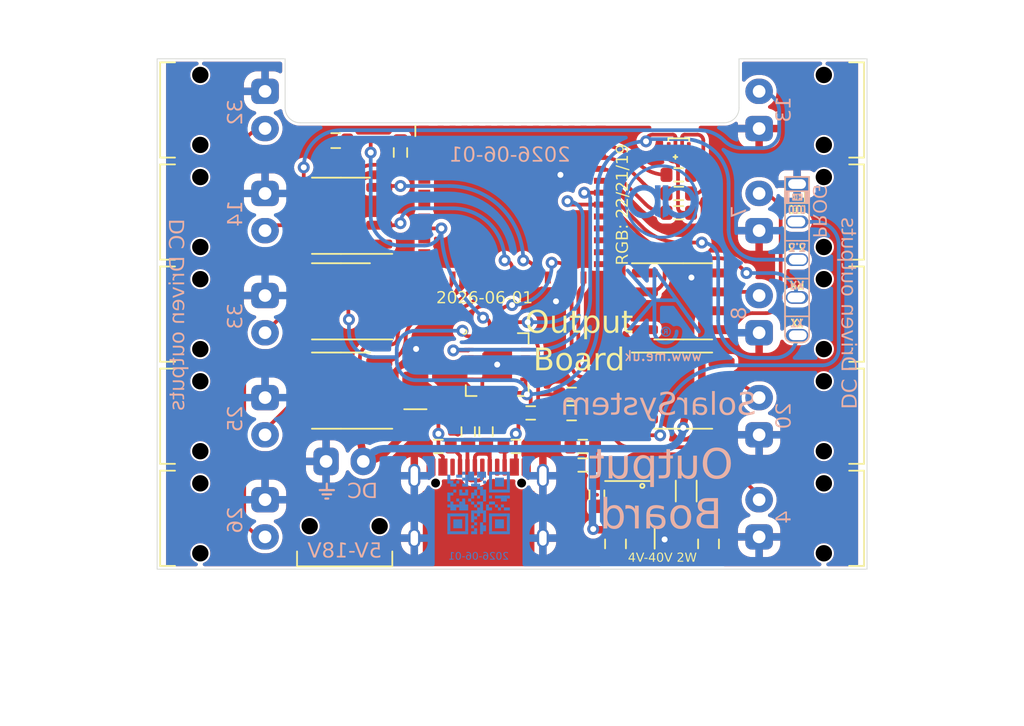
<source format=kicad_pcb>
(kicad_pcb (version 20221018) (generator pcbnew)
  (title_block (title "Output board (10)") (rev "1") (company "Adrian Kennard, Andrews & Arnold Ltd"))
  (layers (0 "F.Cu" signal) (31 "B.Cu" signal) (34 "B.Paste" user) (35 "F.Paste" user) (36 "B.SilkS" user "B.Silkscreen") (37 "F.SilkS" user "F.Silkscreen") (38 "B.Mask" user) (39 "F.Mask" user) (44 "Edge.Cuts" user))
  (net 0 "")
  (net 1 "GND")
  (net 2 "+3V3")
  (net 3 "VBUS")
  (net 4 "+12V")
  (net 5 "Net-(D1-BK)")
  (net 6 "Net-(D1-RK)")
  (net 7 "Net-(D1-GK)")
  (net 8 "Net-(J1-CC1)")
  (net 9 "D-")
  (net 10 "D+")
  (net 11 "OUT1")
  (net 12 "OUT4")
  (net 13 "OUT3")
  (net 14 "O")
  (net 15 "I")
  (net 16 "OUT2")
  (net 17 "Net-(J1-D+-PadA6)")
  (net 18 "Net-(J1-D--PadA7)")
  (net 20 "Net-(J1-CC2)")
  (net 22 "Net-(U2-CBUS3)")
  (net 23 "Net-(U8-FB)")
  (net 24 "EN")
  (net 30 "BOOT")
  (net 33 "OUT8")
  (net 34 "OUT7")
  (net 35 "OUT6")
  (net 36 "OUT5")
  (net 37 "O1")
  (net 38 "G")
  (net 39 "B")
  (net 40 "R")
  (net 42 "O2")
  (net 47 "O5")
  (net 48 "O6")
  (net 50 "O3")
  (net 51 "O4")
  (net 54 "O7")
  (net 55 "O8")
  (net 63 "O9")
  (net 64 "O10")
  (net 65 "OUT10")
  (net 66 "OUT9")
  (footprint "RevK:PTSM-HH1-2-RA" (layer "F.Cu") (at 88.15 43.36 -90)
    (fp_text reference "J4" hide)
    (fp_text value "O2")
  )
  (footprint "RevK:ESP32-PICO-MINI-02" (layer "F.Cu") (at 104.75 36)
    (fp_text reference "U1" hide)
    (fp_text value "ESP32-PICO-MINI-02")
  )
  (footprint "RevK:C_0603_" (layer "F.Cu") (at 110.45 55.5 90)
    (fp_text reference "C2" hide)
    (fp_text value "100nF")
  )
  (footprint "RevK:QFN-20-1EP_4x4mm_P0.5mm_EP2.5x2.5mm" (layer "F.Cu") (at 103.75 46.75)
    (fp_text reference "U2" hide)
    (fp_text value "FT231XQ")
  )
  (footprint "RevK:C_0603" (layer "F.Cu") (at 92.9 31.7)
    (fp_text reference "C5" hide)
    (fp_text value "1uF")
  )
  (footprint "RevK:C_0805_" (layer "F.Cu") (at 111.7 58.8 90)
    (fp_text reference "C3" hide)
    (fp_text value "2.2uF")
  )
  (footprint "RevK:C_0603" (layer "F.Cu") (at 108.75 50)
    (fp_text reference "C1" hide)
    (fp_text value "0.1uF")
  )
  (footprint "RevK:R_0603" (layer "F.Cu") (at 105 52.25 180)
    (fp_text reference "R5" hide)
    (fp_text value "5K1")
  )
  (footprint "RevK:D_1206_" (layer "F.Cu") (at 114.83 58.42)
    (fp_text reference "D3" hide)
    (fp_text value "Schottky")
  )
  (footprint "Package_SO:SO-8_3.9x4.9mm_P1.27mm" (layer "F.Cu") (at 116.25 42.5)
    (fp_text reference "U7" hide)
    (fp_text value "ISL89410")
  )
  (footprint "RevK:R_0603" (layer "F.Cu") (at 109.5 53.5)
    (fp_text reference "R12" hide)
    (fp_text value "30k 1%")
  )
  (footprint "RevK:USC16-TR" (layer "F.Cu") (at 102.5 56.1)
    (fp_text reference "J1" hide)
    (fp_text value "USB-C")
  )
  (footprint "RevK:PTSM-HH1-2-RA" (layer "F.Cu") (at 88.15 29.64 -90)
    (fp_text reference "J3" hide)
    (fp_text value "O1")
  )
  (footprint "RevK:L_4x4_" (layer "F.Cu") (at 116.45 55.25)
    (fp_text reference "L1" hide)
    (fp_text value "6.8uH")
  )
  (footprint "RevK:R_0603" (layer "F.Cu") (at 109.5 52.25)
    (fp_text reference "R11" hide)
    (fp_text value "100k 1%")
  )
  (footprint "RevK:R_0603" (layer "F.Cu") (at 106 50)
    (fp_text reference "R2" hide)
    (fp_text value "4k7")
  )
  (footprint "RevK:PTSM-HH1-2-RA" (layer "F.Cu") (at 121.35 29.64 90)
    (fp_text reference "J11" hide)
    (fp_text value "O9")
  )
  (footprint "Package_SO:SO-8_3.9x4.9mm_P1.27mm" (layer "F.Cu") (at 93.25 48.5 180)
    (fp_text reference "U6" hide)
    (fp_text value "ISL89410")
  )
  (footprint "RevK:PTSM-HH1-2-RA" (layer "F.Cu") (at 121.35 36.5 90)
    (fp_text reference "J10" hide)
    (fp_text value "O8")
  )
  (footprint "RevK:D_1206" (layer "F.Cu") (at 98.25 49.25 90)
    (fp_text reference "D2" hide)
    (fp_text value "D")
  )
  (footprint "RevK:SOT-23-Thin-6-Reg" (layer "F.Cu") (at 112.55 55.25)
    (fp_text reference "U8" hide)
    (fp_text value "LMR16006XDDCR")
  )
  (footprint "RevK:R_0603" (layer "F.Cu") (at 108.75 48.75)
    (fp_text reference "R3" hide)
    (fp_text value "10k")
  )
  (footprint "RevK:PTSM-HH1-2-RA" (layer "F.Cu") (at 93.5 53.2575)
    (fp_text reference "J2" hide)
    (fp_text value "POWER")
  )
  (footprint "RevK:R_0603" (layer "F.Cu") (at 115.95 34 180)
    (fp_text reference "R9" hide)
    (fp_text value "1K")
  )
  (footprint "RevK:PTSM-HH1-2-RA" (layer "F.Cu") (at 88.15 50.22 -90)
    (fp_text reference "J6" hide)
    (fp_text value "O4")
  )
  (footprint "RevK:PTSM-HH1-2-RA" (layer "F.Cu") (at 121.35 57.08 90)
    (fp_text reference "J7" hide)
    (fp_text value "O5")
  )
  (footprint "Package_SO:SO-8_3.9x4.9mm_P1.27mm" (layer "F.Cu") (at 116.25 48.5)
    (fp_text reference "U4" hide)
    (fp_text value "ISL89410")
  )
  (footprint "RevK:PTSM-HH1-2-RA" (layer "F.Cu") (at 121.35 43.36 90)
    (fp_text reference "J9" hide)
    (fp_text value "O7")
  )
  (footprint "RevK:PTSM-HH1-2-RA" (layer "F.Cu") (at 121.35 50.22 90)
    (fp_text reference "J8" hide)
    (fp_text value "O6")
  )
  (footprint "RevK:R_0603" (layer "F.Cu") (at 115.95 35.25 180)
    (fp_text reference "R8" hide)
    (fp_text value "300R")
  )
  (footprint "RevK:R_0603" (layer "F.Cu") (at 101.8 51.25 90)
    (fp_text reference "R6" hide)
    (fp_text value "27R")
  )
  (footprint "RevK:R_0603" (layer "F.Cu") (at 97.25 32.5 -90)
    (fp_text reference "R1" hide)
    (fp_text value "10k")
  )
  (footprint "RevK:R_0603" (layer "F.Cu") (at 103 51.25 -90)
    (fp_text reference "R7" hide)
    (fp_text value "27R")
  )
  (footprint "RevK:MHS190RGBCT" (layer "F.Cu") (at 115.95 32.3)
    (fp_text reference "D1" hide)
    (fp_text value "LED_BARG" hide)
  )
  (footprint "RevK:PTSM-HH1-2-RA" (layer "F.Cu") (at 88.15 57.08 -90)
    (fp_text reference "J5" hide)
    (fp_text value "O3")
  )
  (footprint "RevK:R_0603" (layer "F.Cu") (at 99.8 52.25 180)
    (fp_text reference "R4" hide)
    (fp_text value "5K1")
  )
  (footprint "Package_SO:SO-8_3.9x4.9mm_P1.27mm" (layer "F.Cu") (at 93.25 36.75 180)
    (fp_text reference "U5" hide)
    (fp_text value "ISL89410")
  )
  (footprint "RevK:R_0603" (layer "F.Cu") (at 115.95 36.55 180)
    (fp_text reference "R10" hide)
    (fp_text value "100R")
  )
  (footprint "RevK:C_0805_" (layer "F.Cu") (at 117.95 58.8 90)
    (fp_text reference "C4" hide)
    (fp_text value "10uF")
  )
  (footprint "RevK:PTSM-HH1-2-RA" (layer "F.Cu") (at 88.15 36.5 -90)
    (fp_text reference "J12" hide)
    (fp_text value "O10")
  )
  (footprint "Package_SO:SO-8_3.9x4.9mm_P1.27mm" (layer "F.Cu") (at 93.25 42.5 180)
    (fp_text reference "U3" hide)
    (fp_text value "ISL89410")
  )
  (footprint "RevK:Shelly" (layer "B.Cu") (at 123.9 39.7 90)
    (fp_text reference "J13" hide)
    (fp_text value "Shelly" hide)
  )
  (footprint "RevK:AA" (layer "B.Cu") (at 114.8 35.8 180)
    (fp_text reference "U9" hide)
    (fp_text value "AA" hide)
  )
  (footprint "RevK:AJK" (layer "B.Cu") (at 114.3125 42.425 180)
    (fp_text reference "AJK1" hide)
    (fp_text value "AJK" hide)
  )
  (footprint "RevK:QR-SS" (layer "B.Cu") (at 102.5 56.05 180)
    (fp_text reference "U10" hide)
    (fp_text value "QR" hide)
  )
  (gr_line (start 80.9 60.5) (end 80.9 26.2) (stroke (width 0.05)) (layer "Edge.Cuts"))
  (gr_line (start 80.9 60.5) (end 128.6 60.5) (stroke (width 0.05)) (layer "Edge.Cuts"))
  (gr_arc (start 120 29.5) (mid 119.707107 30.207107) (end 119 30.5) (stroke (width 0.05)) (layer "Edge.Cuts"))
  (gr_line (start 89.5 26.2) (end 80.9 26.2) (stroke (width 0.05)) (layer "Edge.Cuts"))
  (gr_line (start 90.5 30.5) (end 119 30.5) (stroke (width 0.05)) (layer "Edge.Cuts"))
  (gr_line (start 89.5 29.5) (end 89.5 26.2) (stroke (width 0.05)) (layer "Edge.Cuts"))
  (gr_arc (start 90.5 30.5) (mid 89.792893 30.207107) (end 89.5 29.5) (stroke (width 0.05)) (layer "Edge.Cuts"))
  (gr_line (start 128.6 26.2) (end 128.6 60.5) (stroke (width 0.05)) (layer "Edge.Cuts"))
  (gr_line (start 120 29.5) (end 120 26.2) (stroke (width 0.05)) (layer "Edge.Cuts"))
  (gr_line (start 120 26.2) (end 128.6 26.2) (stroke (width 0.05)) (layer "Edge.Cuts"))
  (gr_text "13" (at 123.05 29.6 90) (layer "B.SilkS") (effects (font (size 1 1) (thickness 0.1)) (justify mirror)))
  (gr_text "4" (at 123.05 57 90) (layer "B.SilkS") (effects (font (size 1 1) (thickness 0.1)) (justify mirror)))
  (gr_text "20" (at 123.05 50.2 90) (layer "B.SilkS") (effects (font (size 1 1) (thickness 0.1)) (justify mirror)))
  (gr_text "DC Driven outputs" (at 82.3 43.4 90) (layer "B.SilkS") (effects (font (size 1 1)) (justify mirror)))
  (gr_text "32" (at 86.2 29.8 90) (layer "B.SilkS") (effects (font (size 1 1) (thickness 0.1)) (justify mirror)))
  (gr_text "25" (at 86.2 50.4 90) (layer "B.SilkS") (effects (font (size 1 1) (thickness 0.1)) (justify mirror)))
  (gr_text "26" (at 86.2 57.2 90) (layer "B.SilkS") (effects (font (size 1 1) (thickness 0.1)) (justify mirror)))
  (gr_text "${CURRENT_DATE}" (at 104.6 32.7) (layer "B.SilkS") (effects (font (size 1 1)) (justify mirror)))
  (gr_text "⏚" (at 92.3 55.3) (layer "B.SilkS") (effects (font (size 1 1)) (justify mirror)))
  (gr_text "8" (at 120.05 43.3 90) (layer "B.SilkS") (effects (font (size 1 1) (thickness 0.1)) (justify mirror)))
  (gr_text "5V-18V" (at 93.5 59.3) (layer "B.SilkS") (effects (font (size 1 1)) (justify mirror)))
  (gr_text "Output\nBoard" (at 114.75 55.25) (layer "B.SilkS") (effects (font (size 2 2)) (justify mirror)))
  (gr_text "SolarSystem" (at 114.6 49.5) (layer "B.SilkS") (effects (font (size 1.5 1.5)) (justify mirror)))
  (gr_text "DC" (at 94.7 55.3) (layer "B.SilkS") (effects (font (size 1 1)) (justify mirror)))
  (gr_text "14" (at 86.2 36.6 90) (layer "B.SilkS") (effects (font (size 1 1) (thickness 0.1)) (justify mirror)))
  (gr_text "7" (at 120.05 36.5 90) (layer "B.SilkS") (effects (font (size 1 1) (thickness 0.1)) (justify mirror)))
  (gr_text "DC Driven outputs" (at 127.3 43.3 270) (layer "B.SilkS") (effects (font (size 1 1)) (justify mirror)))
  (gr_text "33" (at 86.2 43.5 90) (layer "B.SilkS") (effects (font (size 1 1) (thickness 0.1)) (justify mirror)))
  (gr_text "${CURRENT_DATE}" (at 102.9 42.3) (layer "F.SilkS") (effects (font (size 0.8 0.8) (thickness 0.1))))
  (gr_text "Output\nBoard" (at 109.25 45.25) (layer "F.SilkS") (effects (font (size 1.5 1.5))))
  (gr_text "RGB: 22/21/19" (at 112.2 36 90) (layer "F.SilkS") (effects (font (size 0.8 0.8) (thickness 0.1))))
  (segment (start 101.85 47.75) (end 102.75 47.75) (width 0.25) (layer "F.Cu") (net 1))
  (segment (start 105.65 46.75) (end 103.75 46.75) (width 0.25) (layer "F.Cu") (net 1))
  (segment (start 101.85 47.25) (end 103.25 47.25) (width 0.25) (layer "F.Cu") (net 1))
  (segment (start 98.3 45.7) (end 96.354203 47.645797) (width 0.25) (layer "F.Cu") (net 1))
  (segment (start 102.75 48.65) (end 102.75 47.75) (width 0.25) (layer "F.Cu") (net 1))
  (segment (start 116.3125 58.42) (end 115.08 58.42) (width 0.5) (layer "F.Cu") (net 1))
  (segment (start 101.85 46.25) (end 103.25 46.25) (width 0.25) (layer "F.Cu") (net 1))
  (segment (start 101.85 46.75) (end 103.75 46.75) (width 0.25) (layer "F.Cu") (net 1))
  (segment (start 102.75 47.75) (end 103.75 46.75) (width 0.25) (layer "F.Cu") (net 1))
  (via (at 115 58.5) (size 0.8) (drill 0.4) (layers "F.Cu" "B.Cu") (net 1))
  (via (at 116.8 40.9) (size 0.8) (drill 0.4) (layers "F.Cu" "B.Cu") (net 1))
  (via (at 108 34) (size 0.8) (drill 0.4) (layers "F.Cu" "B.Cu") (net 1))
  (via (at 98.3 45.7) (size 0.8) (drill 0.4) (layers "F.Cu" "B.Cu") (net 1))
  (via (at 107.7 42.5) (size 0.8) (drill 0.4) (layers "F.Cu" "B.Cu") (net 1))
  (via (at 103.75 46.75) (size 0.8) (drill 0.4) (layers "F.Cu" "B.Cu") (net 1))
  (arc (start 115.08 58.42) (mid 115.023431 58.443431) (end 115 58.5) (width 0.5) (layer "F.Cu") (net 1))
  (arc (start 96.354203 47.645797) (mid 96.111402 47.808031) (end 95.825 47.865) (width 0.25) (layer "F.Cu") (net 1))
  (segment (start 102.75 44.85) (end 101.85 44.85) (width 0.25) (layer "F.Cu") (net 2))
  (segment (start 108.675 50.7) (end 108.675 50.925) (width 0.25) (layer "F.Cu") (net 2))
  (segment (start 106.583217 50.975) (end 108.625 50.975) (width 0.25) (layer "F.Cu") (net 2))
  (segment (start 117.2 52.3) (end 112.624264 52.3) (width 0.25) (layer "F.Cu") (net 2))
  (segment (start 101.431962 44.573157) (end 101.431962 44.493551) (width 0.25) (layer "F.Cu") (net 2))
  (segment (start 105.65 47.25) (end 105.65 47.75) (width 0.25) (layer "F.Cu") (net 2))
  (segment (start 93.75 35) (end 93.75 43.683937) (width 0.25) (layer "F.Cu") (net 2))
  (segment (start 105.65 47.75) (end 105.65 48.65) (width 0.25) (layer "F.Cu") (net 2))
  (segment (start 118 55.25) (end 118 53.1) (width 0.25) (layer "F.Cu") (net 2))
  (segment (start 104.75 48.65) (end 105.65 48.65) (width 0.25) (layer "F.Cu") (net 2))
  (segment (start 101.431962 44.493551) (end 101.412911 44.4745) (width 0.25) (layer "F.Cu") (net 2))
  (segment (start 108.675 51.325) (end 108.675 52.25) (width 0.25) (layer "F.Cu") (net 2))
  (segment (start 108.675 50.925) (end 108.675 51.325) (width 0.25) (layer "F.Cu") (net 2))
  (segment (start 114.2 31.3) (end 115.55 31.3) (width 0.25) (layer "F.Cu") (net 2))
  (segment (start 111.9 52) (end 111.7 51.8) (width 0.25) (layer "F.Cu") (net 2))
  (segment (start 98.85 33.6) (end 97.525 33.6) (width 0.25) (layer "F.Cu") (net 2))
  (segment (start 97.25 33.325) (end 95.425 33.325) (width 0.25) (layer "F.Cu") (net 2))
  (segment (start 106 49) (end 106 50.391783) (width 0.25) (layer "F.Cu") (net 2))
  (segment (start 115.725 31.475) (end 115.725 32.3) (width 0.25) (layer "F.Cu") (net 2))
  (segment (start 108.75 51.4) (end 110.734315 51.4) (width 0.25) (layer "F.Cu") (net 2))
  (via (at 93.788537 43.722474) (size 0.8) (drill 0.4) (layers "F.Cu" "B.Cu") (net 2))
  (via (at 105.75 48.75) (size 0.8) (drill 0.4) (layers "F.Cu" "B.Cu") (net 2))
  (via (at 113.75 31.75) (size 0.8) (drill 0.4) (layers "F.Cu" "B.Cu") (net 2))
  (via (at 101.412911 44.4745) (size 0.8) (drill 0.4) (layers "F.Cu" "B.Cu") (net 2))
  (arc (start 101.85 44.85) (mid 101.599993 44.774161) (end 101.431962 44.573157) (width 0.25) (layer "F.Cu") (net 2))
  (arc (start 108.625 50.975) (mid 108.660355 50.960355) (end 108.675 50.925) (width 0.25) (layer "F.Cu") (net 2))
  (arc (start 106 50.391783) (mid 106.17082 50.80418) (end 106.583217 50.975) (width 0.25) (layer "F.Cu") (net 2))
  (arc (start 108.75 51.4) (mid 108.696967 51.378033) (end 108.675 51.325) (width 0.25) (layer "F.Cu") (net 2))
  (arc (start 105.65 48.65) (mid 105.679289 48.720711) (end 105.75 48.75) (width 0.25) (layer "F.Cu") (net 2))
  (arc (start 107.975 50) (mid 108.469975 50.205025) (end 108.675 50.7) (width 0.25) (layer "F.Cu") (net 2))
  (arc (start 118 53.1) (mid 117.765685 52.534315) (end 117.2 52.3) (width 0.25) (layer "F.Cu") (net 2))
  (arc (start 105.75 48.75) (mid 105.926777 48.823223) (end 106 49) (width 0.25) (layer "F.Cu") (net 2))
  (arc (start 93.75 43.683937) (mid 93.761287 43.711187) (end 93.788537 43.722474) (width 0.25) (layer "F.Cu") (net 2))
  (arc (start 113.75 31.75) (mid 113.881802 31.431802) (end 114.2 31.3) (width 0.25) (layer "F.Cu") (net 2))
  (arc (start 115.55 31.3) (mid 115.673744 31.351256) (end 115.725 31.475) (width 0.25) (layer "F.Cu") (net 2))
  (arc (start 95.425 33.325) (mid 94.240596 33.815596) (end 93.75 35) (width 0.25) (layer "F.Cu") (net 2))
  (arc (start 111.7 51.8) (mid 111.25694 51.503957) (end 110.734315 51.4) (width 0.25) (layer "F.Cu") (net 2))
  (arc (start 112.624264 52.3) (mid 112.232295 52.222033) (end 111.9 52) (width 0.25) (layer "F.Cu") (net 2))
  (segment (start 97 45.75) (end 97 46.25) (width 0.25) (layer "B.Cu") (net 2))
  (segment (start 98.3 47.8) (end 104.8 47.8) (width 0.25) (layer "B.Cu") (net 2))
  (segment (start 93.788537 43.722474) (end 93.788537 44.538537) (width 0.25) (layer "B.Cu") (net 2))
  (segment (start 110.5 35) (end 110.5 44) (width 0.25) (layer "B.Cu") (net 2))
  (segment (start 95.5 46.25) (end 97 46.25) (width 0.25) (layer "B.Cu") (net 2))
  (segment (start 116.3 31.6) (end 113.9 31.6) (width 0.25) (layer "B.Cu") (net 2))
  (segment (start 97 46.25) (end 97 46.5) (width 0.25) (layer "B.Cu") (net 2))
  (segment (start 119.3 37.7) (end 119.3 34.6) (width 0.25) (layer "B.Cu") (net 2))
  (segment (start 101.412911 44.4745) (end 98.2755 44.4745) (width 0.25) (layer "B.Cu") (net 2))
  (segment (start 123.9 39.7) (end 121.3 39.7) (width 0.25) (layer "B.Cu") (net 2))
  (arc (start 104.8 47.8) (mid 105.471751 48.078249) (end 105.75 48.75) (width 0.25) (layer "B.Cu") (net 2))
  (arc (start 113.75 31.75) (mid 111.451903 32.701903) (end 110.5 35) (width 0.25) (layer "B.Cu") (net 2))
  (arc (start 121.3 39.7) (mid 119.885786 39.114214) (end 119.3 37.7) (width 0.25) (layer "B.Cu") (net 2))
  (arc (start 97 46.5) (mid 97.380761 47.419239) (end 98.3 47.8) (width 0.25) (layer "B.Cu") (net 2))
  (arc (start 113.9 31.6) (mid 113.793934 31.643934) (end 113.75 31.75) (width 0.25) (layer "B.Cu") (net 2))
  (arc (start 110.5 44) (mid 109.108757 47.358757) (end 105.75 48.75) (width 0.25) (layer "B.Cu") (net 2))
  (arc (start 93.788537 44.538537) (mid 94.289813 45.748724) (end 95.5 46.25) (width 0.25) (layer "B.Cu") (net 2))
  (arc (start 98.2755 44.4745) (mid 97.373585 44.848085) (end 97 45.75) (width 0.25) (layer "B.Cu") (net 2))
  (arc (start 119.3 34.6) (mid 118.42132 32.47868) (end 116.3 31.6) (width 0.25) (layer "B.Cu") (net 2))
  (segment (start 99.8 49.4) (end 99.8 51.4) (width 0.25) (layer "F.Cu") (net 3))
  (segment (start 99.8 52.641783) (end 99.8 51.4) (width 0.25) (layer "F.Cu") (net 3))
  (segment (start 105 51.4) (end 105 53.54) (width 0.25) (layer "F.Cu") (net 3))
  (segment (start 105.175 50) (end 105.175 51.225) (width 0.25) (layer "F.Cu") (net 3))
  (segment (start 100.1 53.64) (end 100.1 52.941783) (width 0.25) (layer "F.Cu") (net 3))
  (segment (start 100.1 52.941783) (end 99.8 52.641783) (width 0.25) (layer "F.Cu") (net 3))
  (via (at 105 51.4) (size 0.8) (drill 0.4) (layers "F.Cu" "B.Cu") (net 3))
  (via (at 99.8 51.4) (size 0.8) (drill 0.4) (layers "F.Cu" "B.Cu") (net 3))
  (arc (start 98.25 47.85) (mid 99.346016 48.303984) (end 99.8 49.4) (width 0.25) (layer "F.Cu") (net 3))
  (arc (start 105.175 51.225) (mid 105.123744 51.348744) (end 105 51.4) (width 0.25) (layer "F.Cu") (net 3))
  (segment (start 100.2 51.8) (end 104.6 51.8) (width 0.25) (layer "B.Cu") (net 3))
  (arc (start 99.8 51.4) (mid 99.917157 51.682843) (end 100.2 51.8) (width 0.25) (layer "B.Cu") (net 3))
  (arc (start 104.6 51.8) (mid 104.882843 51.682843) (end 105 51.4) (width 0.25) (layer "B.Cu") (net 3))
  (segment (start 117.5 44.007151) (end 117.5 48.262849) (width 0.5) (layer "F.Cu") (net 4))
  (segment (start 98.25 50.65) (end 96.273593 52.626407) (width 0.5) (layer "F.Cu") (net 4))
  (segment (start 111.7 57.85) (end 110.32071 57.85) (width 0.5) (layer "F.Cu") (net 4))
  (segment (start 118.825 49.135) (end 118.115 49.135) (width 0.5) (layer "F.Cu") (net 4))
  (segment (start 91.682193 48.282193) (end 93.401193 50.001193) (width 0.5) (layer "F.Cu") (net 4))
  (segment (start 92 41) (end 92 36.987151) (width 0.5) (layer "F.Cu") (net 4))
  (segment (start 111.6 56.6) (end 112.55 56.6) (width 0.25) (layer "F.Cu") (net 4))
  (segment (start 92 46.992849) (end 92 42.737151) (width 0.5) (layer "F.Cu") (net 4))
  (via (at 110.2 57.8) (size 0.8) (drill 0.4) (layers "F.Cu" "B.Cu") (net 4))
  (via (at 116.25 51) (size 0.8) (drill 0.4) (layers "F.Cu" "B.Cu") (net 4))
  (arc (start 117.5 48.262849) (mid 117.755447 48.879553) (end 118.372151 49.135) (width 0.5) (layer "F.Cu") (net 4))
  (arc (start 96.273593 52.626407) (mid 95.574563 53.093485) (end 94.75 53.2575) (width 0.5) (layer "F.Cu") (net 4))
  (arc (start 118.115 49.135) (mid 116.796246 49.681246) (end 116.25 51) (width 0.5) (layer "F.Cu") (net 4))
  (arc (start 92 42.737151) (mid 91.744553 42.120447) (end 91.127849 41.865) (width 0.5) (layer "F.Cu") (net 4))
  (arc (start 91.127849 47.865) (mid 91.744553 47.609553) (end 92 46.992849) (width 0.5) (layer "F.Cu") (net 4))
  (arc (start 92 36.987151) (mid 91.744553 36.370447) (end 91.127849 36.115) (width 0.5) (layer "F.Cu") (net 4))
  (arc (start 91.135 41.865) (mid 91.746647 41.611647) (end 92 41) (width 0.5) (layer "F.Cu") (net 4))
  (arc (start 90.675 47.865) (mid 91.220089 47.973425) (end 91.682193 48.282193) (width 0.5) (layer "F.Cu") (net 4))
  (arc (start 110.32071 57.85) (mid 110.255382 57.837005) (end 110.2 57.8) (width 0.5) (layer "F.Cu") (net 4))
  (arc (start 118.372151 43.135) (mid 117.755447 43.390447) (end 117.5 44.007151) (width 0.5) (layer "F.Cu") (net 4))
  (arc (start 93.401193 50.001193) (mid 94.399456 51.495199) (end 94.75 53.2575) (width 0.5) (layer "F.Cu") (net 4))
  (segment (start 110.15 52.4) (end 114.85 52.4) (width 0.5) (layer "B.Cu") (net 4))
  (segment (start 96.2 52.4) (end 110.15 52.4) (width 0.5) (layer "B.Cu") (net 4))
  (segment (start 110.15 57.75) (end 110.15 52.4) (width 0.5) (layer "B.Cu") (net 4))
  (arc (start 110.2 57.8) (mid 110.164645 57.785355) (end 110.15 57.75) (width 0.5) (layer "B.Cu") (net 4))
  (arc (start 114.85 52.4) (mid 115.839949 51.989949) (end 116.25 51) (width 0.5) (layer "B.Cu") (net 4))
  (arc (start 96.2 52.4) (mid 95.174695 52.824695) (end 94.75 53.85) (width 0.5) (layer "B.Cu") (net 4))
  (segment (start 115.275 32.175) (end 115.275 32.8) (width 0.25) (layer "F.Cu") (net 5))
  (segment (start 115.575 33.1) (end 115.6 33.1) (width 0.25) (layer "F.Cu") (net 5))
  (segment (start 116.25 36.55) (end 116.775 36.55) (width 0.25) (layer "F.Cu") (net 5))
  (segment (start 115.9 33.4) (end 115.9 36.2) (width 0.25) (layer "F.Cu") (net 5))
  (arc (start 115.6 33.1) (mid 115.812132 33.187868) (end 115.9 33.4) (width 0.25) (layer "F.Cu") (net 5))
  (arc (start 115.9 36.2) (mid 116.002513 36.447487) (end 116.25 36.55) (width 0.25) (layer "F.Cu") (net 5))
  (arc (start 115.275 32.8) (mid 115.362868 33.012132) (end 115.575 33.1) (width 0.25) (layer "F.Cu") (net 5))
  (segment (start 117.6 34.7) (end 117.6 31.7) (width 0.25) (layer "F.Cu") (net 6))
  (segment (start 116.175 31.475) (end 116.175 32.3) (width 0.25) (layer "F.Cu") (net 6))
  (segment (start 117.2 31.3) (end 116.35 31.3) (width 0.25) (layer "F.Cu") (net 6))
  (arc (start 117.05 35.25) (mid 117.438909 35.088909) (end 117.6 34.7) (width 0.25) (layer "F.Cu") (net 6))
  (arc (start 116.35 31.3) (mid 116.226256 31.351256) (end 116.175 31.475) (width 0.25) (layer "F.Cu") (net 6))
  (arc (start 117.6 31.7) (mid 117.482843 31.417157) (end 117.2 31.3) (width 0.25) (layer "F.Cu") (net 6))
  (segment (start 116.775 32.537132) (end 116.775 34) (width 0.25) (layer "F.Cu") (net 7))
  (arc (start 116.625 32.175) (mid 116.736016 32.341148) (end 116.775 32.537132) (width 0.25) (layer "F.Cu") (net 7))
  (segment (start 101.25 52.875) (end 101.25 53.64) (width 0.25) (layer "F.Cu") (net 8))
  (segment (start 100.625 52.25) (end 101.25 52.875) (width 0.25) (layer "F.Cu") (net 8))
  (segment (start 104.25 48.65) (end 104.25 50.15) (width 0.25) (layer "F.Cu") (net 9))
  (segment (start 103.2 51.2) (end 102.558217 51.2) (width 0.25) (layer "F.Cu") (net 9))
  (arc (start 102.558217 51.2) (mid 102.022077 50.977923) (end 101.8 50.441783) (width 0.25) (layer "F.Cu") (net 9))
  (arc (start 104.25 50.15) (mid 103.942462 50.892462) (end 103.2 51.2) (width 0.25) (layer "F.Cu") (net 9))
  (segment (start 103.75 48.65) (end 103.75 49.675) (width 0.25) (layer "F.Cu") (net 10))
  (arc (start 103.75 49.675) (mid 103.53033 50.20533) (end 103 50.425) (width 0.25) (layer "F.Cu") (net 10))
  (segment (start 99.35 41.7) (end 98.065685 41.7) (width 0.25) (layer "F.Cu") (net 11))
  (segment (start 97.1 41.3) (end 96.798051 40.998051) (width 0.25) (layer "F.Cu") (net 11))
  (arc (start 96.798051 40.998051) (mid 96.351611 40.69975) (end 95.825 40.595) (width 0.25) (layer "F.Cu") (net 11))
  (arc (start 98.065685 41.7) (mid 97.54306 41.596043) (end 97.1 41.3) (width 0.25) (layer "F.Cu") (net 11))
  (arc (start 99.95 41.1) (mid 99.774264 41.524264) (end 99.35 41.7) (width 0.25) (layer "F.Cu") (net 11))
  (segment (start 102.032493 41.666528) (end 101.564016 42.135006) (width 0.25) (layer "F.Cu") (net 12))
  (segment (start 99.687946 42.7) (end 100.2 42.7) (width 0.25) (layer "F.Cu") (net 12))
  (segment (start 95.4 45.4) (end 96.6 45.4) (width 0.25) (layer "F.Cu") (net 12))
  (segment (start 94.524196 48.175804) (end 94.524196 46.275804) (width 0.25) (layer "F.Cu") (net 12))
  (segment (start 97.539694 43.77629) (end 97.857992 43.457992) (width 0.25) (layer "F.Cu") (net 12))
  (arc (start 100.2 42.7) (mid 100.9382 42.553163) (end 101.564016 42.135006) (width 0.25) (layer "F.Cu") (net 12))
  (arc (start 96.6 45.4) (mid 96.922456 45.266434) (end 97.056022 44.943978) (width 0.25) (layer "F.Cu") (net 12))
  (arc (start 102.35 40.9) (mid 102.267483 41.314842) (end 102.032493 41.666528) (width 0.25) (layer "F.Cu") (net 12))
  (arc (start 94.524196 46.275804) (mid 94.780713 45.656517) (end 95.4 45.4) (width 0.25) (layer "F.Cu") (net 12))
  (arc (start 95.483392 49.135) (mid 94.805138 48.854058) (end 94.524196 48.175804) (width 0.25) (layer "F.Cu") (net 12))
  (arc (start 97.056022 44.943978) (mid 97.181724 44.31203) (end 97.539694 43.77629) (width 0.25) (layer "F.Cu") (net 12))
  (arc (start 97.857992 43.457992) (mid 98.697582 42.896996) (end 99.687946 42.7) (width 0.25) (layer "F.Cu") (net 12))
  (segment (start 102.65 42.05) (end 102.56066 42.13934) (width 0.25) (layer "F.Cu") (net 13))
  (segment (start 98.3 43.7) (end 98.024264 43.975736) (width 0.25) (layer "F.Cu") (net 13))
  (segment (start 102.690381 42.00962) (end 102.65 42.05) (width 0.25) (layer "F.Cu") (net 13))
  (segment (start 100 43.2) (end 99.507106 43.2) (width 0.25) (layer "F.Cu") (net 13))
  (arc (start 98.024264 43.975736) (mid 97.710263 44.445672) (end 97.6 45) (width 0.25) (layer "F.Cu") (net 13))
  (arc (start 102.56066 42.13934) (mid 101.385819 42.924343) (end 100 43.2) (width 0.25) (layer "F.Cu") (net 13))
  (arc (start 97.6 45) (mid 97.132835 46.127835) (end 96.005 46.595) (width 0.25) (layer "F.Cu") (net 13))
  (arc (start 99.507106 43.2) (mid 98.853825 43.329946) (end 98.3 43.7) (width 0.25) (layer "F.Cu") (net 13))
  (arc (start 103.15 40.9) (mid 103.030549 41.500522) (end 102.690381 42.00962) (width 0.25) (layer "F.Cu") (net 13))
  (segment (start 100.8 45.8) (end 101.8 45.8) (width 0.25) (layer "F.Cu") (net 14))
  (segment (start 111.588908 35.588909) (end 113.3 37.3) (width 0.25) (layer "F.Cu") (net 14))
  (segment (start 110.65 35.2) (end 109.6 35.2) (width 0.25) (layer "F.Cu") (net 14))
  (segment (start 116.050001 38.55) (end 117.5 38.55) (width 0.25) (layer "F.Cu") (net 14))
  (segment (start 113.3 37.3) (end 113.489339 37.489339) (width 0.25) (layer "F.Cu") (net 14))
  (via (at 117.5 38.55) (size 0.8) (drill 0.4) (layers "F.Cu" "B.Cu") (net 14))
  (via (at 109.6 35.2) (size 0.8) (drill 0.4) (layers "F.Cu" "B.Cu") (net 14))
  (via (at 100.8 45.8) (size 0.8) (drill 0.4) (layers "F.Cu" "B.Cu") (net 14))
  (arc (start 113.489339 37.489339) (mid 114.66418 38.274343) (end 116.050001 38.55) (width 0.25) (layer "F.Cu") (net 14))
  (arc (start 101.8 45.8) (mid 101.835355 45.785355) (end 101.85 45.75) (width 0.25) (layer "F.Cu") (net 14))
  (arc (start 110.65 35.2) (mid 111.158134 35.301074) (end 111.588908 35.588909) (width 0.25) (layer "F.Cu") (net 14))
  (segment (start 121.1 46.3) (end 122.4 46.3) (width 0.25) (layer "B.Cu") (net 14))
  (segment (start 106.5 45.75) (end 100.85 45.75) (width 0.25) (layer "B.Cu") (net 14))
  (segment (start 110 35.6) (end 110 42.25) (width 0.25) (layer "B.Cu") (net 14))
  (segment (start 118.6 39.7) (end 118.6 43.8) (width 0.25) (layer "B.Cu") (net 14))
  (segment (start 118.6 39.7) (end 118.6 39.65) (width 0.25) (layer "B.Cu") (net 14))
  (segment (start 123.9 44.78) (end 123.9 44.8) (width 0.25) (layer "B.Cu") (net 14))
  (arc (start 109.6 35.2) (mid 109.882843 35.317157) (end 110 35.6) (width 0.25) (layer "B.Cu") (net 14))
  (arc (start 118.6 43.8) (mid 119.332233 45.567767) (end 121.1 46.3) (width 0.25) (layer "B.Cu") (net 14))
  (arc (start 110 42.25) (mid 108.974874 44.724874) (end 106.5 45.75) (width 0.25) (layer "B.Cu") (net 14))
  (arc (start 100.85 45.75) (mid 100.814645 45.764645) (end 100.8 45.8) (width 0.25) (layer "B.Cu") (net 14))
  (arc (start 118.6 39.65) (mid 118.277817 38.872183) (end 117.5 38.55) (width 0.25) (layer "B.Cu") (net 14))
  (arc (start 123.9 44.8) (mid 123.46066 45.86066) (end 122.4 46.3) (width 0.25) (layer "B.Cu") (net 14))
  (segment (start 111.75962 36.459619) (end 113.2 37.9) (width 0.25) (layer "F.Cu") (net 15))
  (segment (start 104.25 44.85) (end 104.25 44.452672) (width 0.25) (layer "F.Cu") (net 15))
  (segment (start 108.703195 36) (end 108.4755 35.772305) (width 0.25) (layer "F.Cu") (net 15))
  (segment (start 110.65 36) (end 108.703195 36) (width 0.25) (layer "F.Cu") (net 15))
  (segment (start 117.304163 39.6) (end 118.6 39.6) (width 0.25) (layer "F.Cu") (net 15))
  (segment (start 120.136396 40.236396) (end 120.5 40.6) (width 0.25) (layer "F.Cu") (net 15))
  (segment (start 104.802672 43.9) (end 105.8 43.9) (width 0.25) (layer "F.Cu") (net 15))
  (via (at 105.8 43.9) (size 0.8) (drill 0.4) (layers "F.Cu" "B.Cu") (net 15))
  (via (at 120.5 40.6) (size 0.8) (drill 0.4) (layers "F.Cu" "B.Cu") (net 15))
  (via (at 108.4755 35.772305) (size 0.8) (drill 0.4) (layers "F.Cu" "B.Cu") (net 15))
  (arc (start 110.65 36) (mid 111.250522 36.119451) (end 111.75962 36.459619) (width 0.25) (layer "F.Cu") (net 15))
  (arc (start 113.2 37.9) (mid 115.083006 39.158184) (end 117.304163 39.6) (width 0.25) (layer "F.Cu") (net 15))
  (arc (start 104.25 44.452672) (mid 104.411874 44.061874) (end 104.802672 43.9) (width 0.25) (layer "F.Cu") (net 15))
  (arc (start 118.6 39.6) (mid 119.431492 39.765394) (end 120.136396 40.236396) (width 0.25) (layer "F.Cu") (net 15))
  (segment (start 120.5 40.6) (end 122.26 40.6) (width 0.25) (layer "B.Cu") (net 15))
  (segment (start 105.8 43.9) (end 107.1 43.9) (width 0.25) (layer "B.Cu") (net 15))
  (segment (start 109.5 41.5) (end 109.5 36.796805) (width 0.25) (layer "B.Cu") (net 15))
  (arc (start 107.1 43.9) (mid 108.797056 43.197056) (end 109.5 41.5) (width 0.25) (layer "B.Cu") (net 15))
  (arc (start 122.26 40.6) (mid 123.419655 41.080345) (end 123.9 42.24) (width 0.25) (layer "B.Cu") (net 15))
  (arc (start 109.5 36.796805) (mid 109.199931 36.072374) (end 108.4755 35.772305) (width 0.25) (layer "B.Cu") (net 15))
  (segment (start 96.949818 43.135) (end 95.825 43.135) (width 0.25) (layer "F.Cu") (net 16))
  (segment (start 99.207106 42.2) (end 99.45 42.2) (width 0.25) (layer "F.Cu") (net 16))
  (arc (start 98 42.7) (mid 97.518172 43.021947) (end 96.949818 43.135) (width 0.25) (layer "F.Cu") (net 16))
  (arc (start 99.45 42.2) (mid 100.369239 41.819239) (end 100.75 40.9) (width 0.25) (layer "F.Cu") (net 16))
  (arc (start 99.207106 42.2) (mid 98.553825 42.329946) (end 98 42.7) (width 0.25) (layer "F.Cu") (net 16))
  (segment (start 103.25 53.64) (end 103.25 52.325) (width 0.25) (layer "F.Cu") (net 17))
  (segment (start 102.25 53.004994) (end 102.25 53.64) (width 0.25) (layer "F.Cu") (net 17))
  (segment (start 102.990486 52.74548) (end 102.509514 52.74548) (width 0.25) (layer "F.Cu") (net 17))
  (arc (start 102.509514 52.74548) (mid 102.32601 52.82149) (end 102.25 53.004994) (width 0.25) (layer "F.Cu") (net 17))
  (arc (start 103.25 53.004994) (mid 103.17399 52.82149) (end 102.990486 52.74548) (width 0.25) (layer "F.Cu") (net 17))
  (segment (start 102.490486 54.53452) (end 102.009514 54.53452) (width 0.25) (layer "F.Cu") (net 18))
  (segment (start 101.75 53.64) (end 101.75 52.125) (width 0.25) (layer "F.Cu") (net 18))
  (segment (start 101.75 54.275006) (end 101.75 53.64) (width 0.25) (layer "F.Cu") (net 18))
  (segment (start 102.75 53.64) (end 102.75 54.275006) (width 0.25) (layer "F.Cu") (net 18))
  (arc (start 102.009514 54.53452) (mid 101.82601 54.45851) (end 101.75 54.275006) (width 0.25) (layer "F.Cu") (net 18))
  (arc (start 102.75 54.275006) (mid 102.67399 54.45851) (end 102.490486 54.53452) (width 0.25) (layer "F.Cu") (net 18))
  (segment (start 104.25 52.325) (end 104.25 53.64) (width 0.25) (layer "F.Cu") (net 20))
  (segment (start 106.5 45.702672) (end 106.5 48.75) (width 0.25) (layer "F.Cu") (net 22))
  (segment (start 107.925 48.75) (end 106.5 48.75) (width 0.25) (layer "F.Cu") (net 22))
  (segment (start 106.5 48.75) (end 106.5 49.675) (width 0.25) (layer "F.Cu") (net 22))
  (segment (start 104.75 44.85) (end 105.647328 44.85) (width 0.25) (layer "F.Cu") (net 22))
  (arc (start 105.647328 44.85) (mid 106.250258 45.099742) (end 106.5 45.702672) (width 0.25) (layer "F.Cu") (net 22))
  (arc (start 106.5 49.675) (mid 106.59519 49.90481) (end 106.825 50) (width 0.25) (layer "F.Cu") (net 22))
  (segment (start 110.325 53.5) (end 111.2 53.5) (width 0.25) (layer "F.Cu") (net 23))
  (segment (start 110.325 52.25) (end 110.325 53.5) (width 0.25) (layer "F.Cu") (net 23))
  (arc (start 111.2 53.5) (mid 111.482843 53.617157) (end 111.6 53.9) (width 0.25) (layer "F.Cu") (net 23))
  (segment (start 97.25 31.675) (end 95.25 31.675) (width 0.25) (layer "F.Cu") (net 24))
  (segment (start 100 37.6) (end 98.85 37.6) (width 0.25) (layer "F.Cu") (net 24))
  (segment (start 95.25 31.675) (end 93.7 31.675) (width 0.25) (layer "F.Cu") (net 24))
  (segment (start 95.25 32.5) (end 95.25 31.675) (width 0.25) (layer "F.Cu") (net 24))
  (segment (start 103.25 44.05) (end 103.25 44.85) (width 0.25) (layer "F.Cu") (net 24))
  (via (at 100 37.6) (size 0.8) (drill 0.4) (layers "F.Cu" "B.Cu") (net 24))
  (via (at 102.8 43.6) (size 0.8) (drill 0.4) (layers "F.Cu" "B.Cu") (net 24))
  (via (at 95.25 32.5) (size 0.8) (drill 0.4) (layers "F.Cu" "B.Cu") (net 24))
  (arc (start 102.8 43.6) (mid 103.118198 43.731802) (end 103.25 44.05) (width 0.25) (layer "F.Cu") (net 24))
  (arc (start 93.7 31.675) (mid 93.682322 31.682322) (end 93.675 31.7) (width 0.25) (layer "F.Cu") (net 24))
  (segment (start 97.25 38.75) (end 98.85 38.75) (width 0.25) (layer "B.Cu") (net 24))
  (segment (start 95.25 32.5) (end 95.25 36.75) (width 0.25) (layer "B.Cu") (net 24))
  (segment (start 102.262742 43.062741) (end 102.8 43.6) (width 0.25) (layer "B.Cu") (net 24))
  (arc (start 100 37.6) (mid 100.588067 40.556414) (end 102.262742 43.062741) (width 0.25) (layer "B.Cu") (net 24))
  (arc (start 98.85 38.75) (mid 99.663173 38.413173) (end 100 37.6) (width 0.25) (layer "B.Cu") (net 24))
  (arc (start 95.25 36.75) (mid 95.835786 38.164214) (end 97.25 38.75) (width 0.25) (layer "B.Cu") (net 24))
  (segment (start 103.75 44.85) (end 103.75 43.75) (width 0.25) (layer "F.Cu") (net 30))
  (segment (start 107.409653 39.903473) (end 107.753473 39.903473) (width 0.25) (layer "F.Cu") (net 30))
  (segment (start 110.4 48.357538) (end 110.4 48.6) (width 0.25) (layer "F.Cu") (net 30))
  (segment (start 109.642462 47.6) (end 109.6 47.6) (width 0.25) (layer "F.Cu") (net 30))
  (segment (start 114.7 51.5) (end 113.3 51.5) (width 0.25) (layer "F.Cu") (net 30))
  (segment (start 108.75 40.9) (end 108.75 46.75) (width 0.25) (layer "F.Cu") (net 30))
  (via (at 104.75 42.75) (size 0.8) (drill 0.4) (layers "F.Cu" "B.Cu") (net 30))
  (via (at 107.409653 39.903473) (size 0.8) (drill 0.4) (layers "F.Cu" "B.Cu") (net 30))
  (via (at 114.7 51.5) (size 0.8) (drill 0.4) (layers "F.Cu" "B.Cu") (net 30))
  (arc (start 107.753473 39.903473) (mid 108.458124 40.195349) (end 108.75 40.9) (width 0.25) (layer "F.Cu") (net 30))
  (arc (start 109.6 47.6) (mid 108.998959 47.351041) (end 108.75 46.75) (width 0.25) (layer "F.Cu") (net 30))
  (arc (start 109.642462 47.6) (mid 110.178122 47.821878) (end 110.4 48.357538) (width 0.25) (layer "F.Cu") (net 30))
  (arc (start 103.75 43.75) (mid 104.042893 43.042893) (end 104.75 42.75) (width 0.25) (layer "F.Cu") (net 30))
  (arc (start 113.3 51.5) (mid 111.24939 50.65061) (end 110.4 48.6) (width 0.25) (layer "F.Cu") (net 30))
  (segment (start 107.409653 40.090347) (end 107.409653 39.903473) (width 0.25) (layer "B.Cu") (net 30))
  (segment (start 119.4 46.8) (end 125.6 46.8) (width 0.25) (layer "B.Cu") (net 30))
  (segment (start 125.141373 37.16) (end 123.9 37.16) (width 0.25) (layer "B.Cu") (net 30))
  (segment (start 126.7 45.7) (end 126.7 38.718627) (width 0.25) (layer "B.Cu") (net 30))
  (arc (start 104.75 42.75) (mid 106.630659 41.971006) (end 107.409653 40.090347) (width 0.25) (layer "B.Cu") (net 30))
  (arc (start 125.6 46.8) (mid 126.377817 46.477817) (end 126.7 45.7) (width 0.25) (layer "B.Cu") (net 30))
  (arc (start 126.7 38.718627) (mid 126.243489 37.616511) (end 125.141373 37.16) (width 0.25) (layer "B.Cu") (net 30))
  (arc (start 114.7 51.5) (mid 116.076598 48.176598) (end 119.4 46.8) (width 0.25) (layer "B.Cu") (net 30))
  (segment (start 112.25 43.5) (end 112.25 40) (width 0.25) (layer "F.Cu") (net 33))
  (arc (start 112.25 40) (mid 111.781371 38.868629) (end 110.65 38.4) (width 0.25) (layer "F.Cu") (net 33))
  (arc (start 113.155 44.405) (mid 112.515068 44.139932) (end 112.25 43.5) (width 0.25) (layer "F.Cu") (net 33))
  (segment (start 114.376072 39.75) (end 113.25 39.75) (width 0.25) (layer "F.Cu") (net 34))
  (segment (start 115 40.816072) (end 115 40.373928) (width 0.25) (layer "F.Cu") (net 34))
  (segment (start 111.1 37.6) (end 110.65 37.6) (width 0.25) (layer "F.Cu") (net 34))
  (arc (start 115 40.373928) (mid 114.817256 39.932744) (end 114.376072 39.75) (width 0.25) (layer "F.Cu") (net 34))
  (arc (start 113.25 39.75) (mid 112.896447 39.603553) (end 112.75 39.25) (width 0.25) (layer "F.Cu") (net 34))
  (arc (start 113.951072 41.865) (mid 114.692776 41.557776) (end 115 40.816072) (width 0.25) (layer "F.Cu") (net 34))
  (arc (start 112.75 39.25) (mid 112.266726 38.083274) (end 111.1 37.6) (width 0.25) (layer "F.Cu") (net 34))
  (segment (start 110.65 39.2) (end 110.95 39.2) (width 0.25) (layer "F.Cu") (net 35))
  (segment (start 111.800489 40.050489) (end 111.800489 46.310992) (width 0.25) (layer "F.Cu") (net 35))
  (arc (start 113.354497 47.865) (mid 112.255647 47.409842) (end 111.800489 46.310992) (width 0.25) (layer "F.Cu") (net 35))
  (arc (start 110.95 39.2) (mid 111.551387 39.449102) (end 111.800489 40.050489) (width 0.25) (layer "F.Cu") (net 35))
  (segment (start 109.55 40.9) (end 109.55 41.237868) (width 0.25) (layer "F.Cu") (net 36))
  (segment (start 110.9 48.3) (end 110.9 48.4) (width 0.25) (layer "F.Cu") (net 36))
  (segment (start 109.2 42.082842) (end 109.2 46.6) (width 0.25) (layer "F.Cu") (net 36))
  (segment (start 112.905 50.405) (end 113.675 50.405) (width 0.25) (layer "F.Cu") (net 36))
  (arc (start 109.7 47.1) (mid 110.548528 47.451472) (end 110.9 48.3) (width 0.25) (layer "F.Cu") (net 36))
  (arc (start 109.55 41.237868) (mid 109.511016 41.433852) (end 109.4 41.6) (width 0.25) (layer "F.Cu") (net 36))
  (arc (start 109.4 41.6) (mid 109.251978 41.821529) (end 109.2 42.082842) (width 0.25) (layer "F.Cu") (net 36))
  (arc (start 109.2 46.6) (mid 109.346447 46.953553) (end 109.7 47.1) (width 0.25) (layer "F.Cu") (net 36))
  (arc (start 110.9 48.4) (mid 111.487251 49.817749) (end 112.905 50.405) (width 0.25) (layer "F.Cu") (net 36))
  (segment (start 90.675 40.595) (end 87.995 40.595) (width 0.25) (layer "F.Cu") (net 37))
  (segment (start 86.6 39.2) (end 86.6 32.44) (width 0.25) (layer "F.Cu") (net 37))
  (arc (start 87.995 40.595) (mid 87.008586 40.186414) (end 86.6 39.2) (width 0.25) (layer "F.Cu") (net 37))
  (arc (start 86.6 32.44) (mid 87.053984 31.343984) (end 88.15 30.89) (width 0.25) (layer "F.Cu") (net 37))
  (segment (start 112.954594 32.954594) (end 113.204504 33.204504) (width 0.25) (layer "F.Cu") (net 38))
  (arc (start 110.65 32) (mid 111.897237 32.248091) (end 112.954594 32.954594) (width 0.25) (layer "F.Cu") (net 38))
  (arc (start 113.204504 33.204504) (mid 114.085635 33.793257) (end 115.125 34) (width 0.25) (layer "F.Cu") (net 38))
  (segment (start 111.844974 34.094975) (end 113.716636 35.966636) (width 0.25) (layer "F.Cu") (net 39))
  (arc (start 110.65 33.6) (mid 111.296715 33.72864) (end 111.844974 34.094975) (width 0.25) (layer "F.Cu") (net 39))
  (arc (start 113.716636 35.966636) (mid 114.362799 36.398388) (end 115.125 36.55) (width 0.25) (layer "F.Cu") (net 39))
  (segment (start 112.613173 33.613173) (end 113.631281 34.631281) (width 0.25) (layer "F.Cu") (net 40))
  (arc (start 110.65 32.8) (mid 111.712462 33.011337) (end 112.613173 33.613173) (width 0.25) (layer "F.Cu") (net 40))
  (arc (start 113.631281 34.631281) (mid 114.316605 35.0892) (end 115.125 35.25) (width 0.25) (layer "F.Cu") (net 40))
  (segment (start 88.882538 43.877462) (end 88.15 44.61) (width 0.25) (layer "F.Cu") (net 42))
  (arc (start 90.675 43.135) (mid 89.704927 43.32796) (end 88.882538 43.877462) (width 0.25) (layer "F.Cu") (net 42))
  (segment (start 121.15201 55.35201) (end 119.5 53.7) (width 0.25) (layer "F.Cu") (net 47))
  (segment (start 118.825 52.070406) (end 118.825 50.405) (width 0.25) (layer "F.Cu") (net 47))
  (arc (start 119.5 53.7) (mid 119.000426 52.952336) (end 118.825 52.070406) (width 0.25) (layer "F.Cu") (net 47))
  (arc (start 118.825 47.865) (mid 120.136909 48.125955) (end 121.249091 48.869092) (width 0.25) (layer "F.Cu") (net 48))
  (segment (start 90.675 46.595) (end 87.905 46.595) (width 0.25) (layer "F.Cu") (net 50))
  (segment (start 86.75 47.75) (end 86.75 56.855) (width 0.25) (layer "F.Cu") (net 50))
  (arc (start 87.905 46.595) (mid 87.088292 46.933292) (end 86.75 47.75) (width 0.25) (layer "F.Cu") (net 50))
  (arc (start 88.15 58.255) (mid 87.160051 57.844949) (end 86.75 56.855) (width 0.25) (layer "F.Cu") (net 50))
  (segment (start 88.15 51.15) (end 89.804375 49.495625) (width 0.25) (layer "F.Cu") (net 51))
  (arc (start 89.804375 49.495625) (mid 90.203821 49.228724) (end 90.675 49.135) (width 0.25) (layer "F.Cu") (net 51))
  (segment (start 118.825 41.865) (end 120.758518 41.865) (width 0.25) (layer "F.Cu") (net 54))
  (segment (start 120.9 43.295185) (end 121.804815 43.295185) (width 0.25) (layer "F.Cu") (net 55))
  (segment (start 122.8 42.3) (end 122.8 36.7) (width 0.25) (layer "F.Cu") (net 55))
  (segment (start 119.568539 44.218539) (end 120.203318 43.58376) (width 0.25) (layer "F.Cu") (net 55))
  (segment (start 118.825 44.405) (end 119.118383 44.405) (width 0.25) (layer "F.Cu") (net 55))
  (arc (start 120.203318 43.58376) (mid 120.522958 43.370183) (end 120.9 43.295185) (width 0.25) (layer "F.Cu") (net 55))
  (arc (start 121.804815 43.295185) (mid 122.508517 43.003702) (end 122.8 42.3) (width 0.25) (layer "F.Cu") (net 55))
  (arc (start 119.118383 44.405) (mid 119.362005 44.356541) (end 119.568539 44.218539) (width 0.25) (layer "F.Cu") (net 55))
  (arc (start 122.8 36.7) (mid 122.375305 35.674695) (end 121.35 35.25) (width 0.25) (layer "F.Cu") (net 55))
  (segment (start 90.75 33.5) (end 90.75 34.77) (width 0.25) (layer "F.Cu") (net 63))
  (via (at 90.75 33.5) (size 0.8) (drill 0.4) (layers "F.Cu" "B.Cu") (net 63))
  (segment (start 121.6 32.2) (end 120.207106 32.2) (width 0.25) (layer "B.Cu") (net 63))
  (segment (start 117.310051 31) (end 93.25 31) (width 0.25) (layer "B.Cu") (net 63))
  (segment (start 122.7 29.74) (end 122.7 31.1) (width 0.25) (layer "B.Cu") (net 63))
  (arc (start 122.7 31.1) (mid 122.377817 31.877817) (end 121.6 32.2) (width 0.25) (layer "B.Cu") (net 63))
  (arc (start 93.25 31) (mid 91.482233 31.732233) (end 90.75 33.5) (width 0.25) (layer "B.Cu") (net 63))
  (arc (start 121.35 28.39) (mid 122.304594 28.785406) (end 122.7 29.74) (width 0.25) (layer "B.Cu") (net 63))
  (arc (start 120.207106 32.2) (mid 119.553825 32.070054) (end 119 31.7) (width 0.25) (layer "B.Cu") (net 63))
  (arc (start 119 31.7) (mid 118.224644 31.181924) (end 117.310051 31) (width 0.25) (layer "B.Cu") (net 63))
  (segment (start 90.675 37.385) (end 89.031187 37.385) (width 0.25) (layer "F.Cu") (net 64))
  (arc (start 89.031187 37.385) (mid 88.554292 37.47986) (end 88.15 37.75) (width 0.25) (layer "F.Cu") (net 64))
  (segment (start 104.75 40.9) (end 104.75 40.25) (width 0.25) (layer "F.Cu") (net 65))
  (segment (start 97.115 37.385) (end 95.825 37.385) (width 0.25) (layer "F.Cu") (net 65))
  (via (at 104.25 39.75) (size 0.8) (drill 0.4) (layers "F.Cu" "B.Cu") (net 65))
  (via (at 97.25 37.25) (size 0.8) (drill 0.4) (layers "F.Cu" "B.Cu") (net 65))
  (arc (start 97.25 37.25) (mid 97.210459 37.345459) (end 97.115 37.385) (width 0.25) (layer "F.Cu") (net 65))
  (arc (start 104.75 40.25) (mid 104.603553 39.896447) (end 104.25 39.75) (width 0.25) (layer "F.Cu") (net 65))
  (segment (start 98.25 36.25) (end 100.75 36.25) (width 0.25) (layer "B.Cu") (net 65))
  (arc (start 98.25 36.25) (mid 97.542893 36.542893) (end 97.25 37.25) (width 0.25) (layer "B.Cu") (net 65))
  (arc (start 104.25 39.75) (mid 103.224874 37.275126) (end 100.75 36.25) (width 0.25) (layer "B.Cu") (net 65))
  (segment (start 106.35 40.9) (end 106.35 40.6) (width 0.25) (layer "F.Cu") (net 66))
  (segment (start 97.25 34.75) (end 95.92 34.75) (width 0.25) (layer "F.Cu") (net 66))
  (via (at 105.5 39.75) (size 0.8) (drill 0.4) (layers "F.Cu" "B.Cu") (net 66))
  (via (at 97.25 34.75) (size 0.8) (drill 0.4) (layers "F.Cu" "B.Cu") (net 66))
  (arc (start 106.35 40.6) (mid 106.101041 39.998959) (end 105.5 39.75) (width 0.25) (layer "F.Cu") (net 66))
  (segment (start 97.25 34.75) (end 100.5 34.75) (width 0.25) (layer "B.Cu") (net 66))
  (arc (start 105.5 39.75) (mid 104.035534 36.214466) (end 100.5 34.75) (width 0.25) (layer "B.Cu") (net 66))
  (zone (net 1) (net_name "GND") (layers "F&B.Cu") (connect_pads thru_hole_only (clearance 0.25)) (min_thickness 0.25) (fill yes (thermal_gap 0.5) (thermal_bridge_width 0.5))
    (polygon (pts (xy 128 60.5) (xy 81.5 60.5) (xy 81.5 23) (xy 128 23)))
  )
)
</source>
